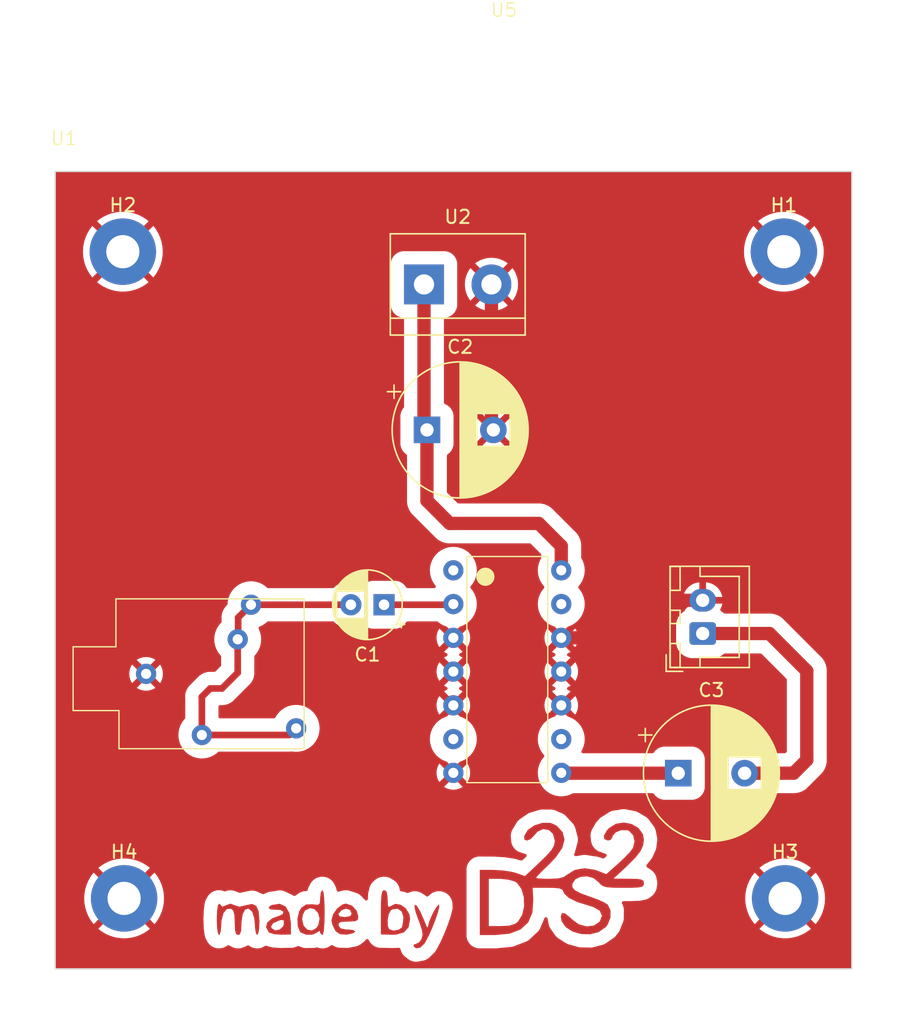
<source format=kicad_pcb>
(kicad_pcb (version 20221018) (generator pcbnew)
  (layers (0 "F.Cu" signal) (31 "B.Cu" signal) (34 "B.Paste" user) (35 "F.Paste" user) (36 "B.SilkS" user "B.Silkscreen") (37 "F.SilkS" user "F.Silkscreen") (38 "B.Mask" user) (39 "F.Mask" user) (44 "Edge.Cuts" user))
  (net 0 "")
  (net 1 "Net-(C1-Pad2)")
  (net 2 "VCC")
  (net 3 "GND")
  (net 4 "/input")
  (net 5 "/output")
  (net 6 "Net-(J1-Pin_1)")
  (footprint "Capacitor_THT:CP_Radial_D5.0mm_P2.50mm" (layer "F.Cu") (at 104.76639 112.600938 180)
    (fp_text reference "C1" (at 1.25 -3.75) (layer "F.SilkS"))
    (fp_text value "C_Polarized")
    (pad "1" thru_hole rect (at 0 0 180) (size 1.6 1.6) (drill 0.8) (layers "*.Cu" "*.Mask") (net 4 "/input"))
    (pad "2" thru_hole circle (at 2.5 0 180) (size 1.6 1.6) (drill 0.8) (layers "*.Cu" "*.Mask") (net 1 "Net-(C1-Pad2)"))
  )
  (footprint "custom_LM380_footprint:LM380_custom" (layer "F.Cu") (at 113.924477 117.249138)
    (fp_text reference "U5" (at -0.127 -49.395 unlocked) (layer "F.SilkS") (effects (font (thickness 0.1))))
    (fp_text value "~")
    (pad "1" thru_hole circle (at -3.937 -7.239) (size 1.524 1.524) (drill 0.762) (layers "*.Cu" "*.Mask"))
    (pad "2" thru_hole circle (at -3.937 -4.699) (size 1.524 1.524) (drill 0.762) (layers "*.Cu" "*.Mask") (net 4 "/input"))
    (pad "3" thru_hole circle (at -3.937 -2.159) (size 1.524 1.524) (drill 0.762) (layers "*.Cu" "*.Mask") (net 3 "GND"))
    (pad "4" thru_hole circle (at -3.937 0.381) (size 1.524 1.524) (drill 0.762) (layers "*.Cu" "*.Mask") (net 3 "GND"))
    (pad "5" thru_hole circle (at -3.937 2.921) (size 1.524 1.524) (drill 0.762) (layers "*.Cu" "*.Mask") (net 3 "GND"))
    (pad "6" thru_hole circle (at -3.937 5.461) (size 1.524 1.524) (drill 0.762) (layers "*.Cu" "*.Mask"))
    (pad "7" thru_hole circle (at -3.937 8.001) (size 1.524 1.524) (drill 0.762) (layers "*.Cu" "*.Mask") (net 3 "GND"))
    (pad "8" thru_hole circle (at 4.191 8.001) (size 1.524 1.524) (drill 0.762) (layers "*.Cu" "*.Mask") (net 5 "/output"))
    (pad "9" thru_hole circle (at 4.191 5.461) (size 1.524 1.524) (drill 0.762) (layers "*.Cu" "*.Mask"))
    (pad "10" thru_hole circle (at 4.191 2.921) (size 1.524 1.524) (drill 0.762) (layers "*.Cu" "*.Mask") (net 3 "GND"))
    (pad "11" thru_hole circle (at 4.191 0.381) (size 1.524 1.524) (drill 0.762) (layers "*.Cu" "*.Mask") (net 3 "GND"))
    (pad "12" thru_hole circle (at 4.191 -2.159) (size 1.524 1.524) (drill 0.762) (layers "*.Cu" "*.Mask") (net 3 "GND"))
    (pad "13" thru_hole circle (at 4.191 -4.699) (size 1.524 1.524) (drill 0.762) (layers "*.Cu" "*.Mask"))
    (pad "14" thru_hole circle (at 4.191 -7.239) (size 1.524 1.524) (drill 0.762) (layers "*.Cu" "*.Mask") (net 2 "VCC"))
  )
  (footprint "Connector_JST:JST_XH_B2B-XH-A_1x02_P2.50mm_Vertical" (layer "F.Cu") (at 128.766477 114.765338 90)
    (fp_text reference "J1" hide)
    (fp_text value "Conn_01x02_Pin")
    (pad "1" thru_hole roundrect (at 0 0 90) (size 1.7 2) (drill 1) (layers "*.Cu" "*.Mask") (roundrect_rratio 0.1470588235) (net 6 "Net-(J1-Pin_1)"))
    (pad "2" thru_hole oval (at 2.5 0 90) (size 1.7 2) (drill 1) (layers "*.Cu" "*.Mask") (net 3 "GND"))
  )
  (footprint "3.5mm_socket_PJ324-M_footprint:3.5mm_PJ324-M" (layer "F.Cu") (at 81.147477 111.800938)
    (fp_text reference "U1" (at -0.4826 -34.2928 unlocked) (layer "F.SilkS") (effects (font (thickness 0.1))))
    (fp_text value "~")
    (pad "1" thru_hole circle (at 5.7 6) (size 1.524 1.524) (drill 0.762) (layers "*.Cu" "*.Mask") (net 3 "GND"))
    (pad "2" thru_hole circle (at 13.6 0.8) (size 1.524 1.524) (drill 0.762) (layers "*.Cu" "*.Mask") (net 1 "Net-(C1-Pad2)"))
    (pad "3" thru_hole circle (at 12.6 3.4) (size 1.524 1.524) (drill 0.762) (layers "*.Cu" "*.Mask") (net 1 "Net-(C1-Pad2)"))
    (pad "4" thru_hole circle (at 17 10.1) (size 1.524 1.524) (drill 0.762) (layers "*.Cu" "*.Mask") (net 1 "Net-(C1-Pad2)"))
    (pad "5" thru_hole circle (at 9.9 10.6) (size 1.524 1.524) (drill 0.762) (layers "*.Cu" "*.Mask") (net 1 "Net-(C1-Pad2)"))
  )
  (footprint "MountingHole:MountingHole_2.5mm_Pad" (layer "F.Cu") (at 85.1916 134.6962)
    (fp_text reference "H4" (at 0 -3.5) (layer "F.SilkS"))
    (fp_text value "MountingHole_Pad")
    (pad "1" thru_hole circle (at 0 0) (size 5 5) (drill 2.5) (layers "*.Cu" "*.Mask") (net 3 "GND"))
  )
  (footprint "logo_folder:logo2" (layer "F.Cu") (at 108.2548 133.731)
    (fp_text reference "G***" hide)
    (fp_text value "LOGO" hide)
    (fp_poly (pts (xy 0.665025 1.431726) (xy 0.674918 1.618745) (xy 0.570559 2.029159) (xy 0.382949 2.580432) (xy 0.143092 3.190026) (xy -0.118008 3.775402) (xy -0.369348 4.254024) (xy -0.434394 4.358645) (xy -0.749394 4.668601) (xy -1.070504 4.726348) (xy -1.27 4.572) (xy -1.230941 4.427585) (xy -1.10703 4.402667) (xy -0.840178 4.26387) (xy -0.660167 4.00928) (xy -0.586005 3.713881) (xy -0.634509 3.336022) (xy -0.821755 2.781357) (xy -0.90507 2.572074) (xy -1.102842 2.017675) (xy -1.196251 1.608469) (xy -1.171235 1.43062) (xy -1.012842 1.520178) (xy -0.774086 1.92155) (xy -0.463145 2.619664) (xy -0.293626 3.048) (xy -0.206029 3.170832) (xy -0.182702 3.104372) (xy -0.101776 2.764602) (xy 0.072433 2.327269) (xy 0.289382 1.892103) (xy 0.498525 1.558833) (xy 0.649318 1.427189)) (fill solid) (layer "F.Cu"))
    (fp_poly (pts (xy -10.901152 1.575592) (xy -10.612903 2.062437) (xy -10.499618 2.808114) (xy -10.498666 2.894869) (xy -10.498666 3.682382) (xy -11.233525 3.697133) (xy -11.732165 3.66361) (xy -12.096611 3.561906) (xy -12.164858 3.515408) (xy -12.3768 3.131595) (xy -12.363808 3.082725) (xy -11.988063 3.082725) (xy -11.941134 3.212262) (xy -11.682236 3.374923) (xy -11.354798 3.315554) (xy -11.096454 3.080806) (xy -11.035151 2.905193) (xy -11.036796 2.62371) (xy -11.221146 2.587352) (xy -11.373818 2.627892) (xy -11.846829 2.837608) (xy -11.988063 3.082725) (xy -12.363808 3.082725) (xy -12.278964 2.763567) (xy -11.898779 2.458519) (xy -11.460304 2.303103) (xy -11.11793 2.148302) (xy -11.071466 1.970527) (xy -11.291466 1.840831) (xy -11.660092 1.820978) (xy -12.048752 1.795991) (xy -12.190547 1.67579) (xy -12.046871 1.513522) (xy -11.92415 1.45745) (xy -11.344767 1.367343)) (fill solid) (layer "F.Cu"))
    (fp_poly (pts (xy -5.902364 1.504933) (xy -5.550853 1.879468) (xy -5.418666 2.341667) (xy -5.459842 2.568604) (xy -5.642028 2.676971) (xy -6.053209 2.708542) (xy -6.193083 2.709333) (xy -6.669554 2.73006) (xy -6.884053 2.813016) (xy -6.911849 2.989363) (xy -6.908816 3.005667) (xy -6.761007 3.216864) (xy -6.381795 3.298175) (xy -6.218943 3.302) (xy -5.785162 3.352131) (xy -5.657621 3.467989) (xy -5.824939 3.597768) (xy -6.275739 3.689664) (xy -6.304666 3.692262) (xy -6.783697 3.672087) (xy -7.093342 3.470477) (xy -7.180577 3.358251) (xy -7.386762 2.934767) (xy -7.450666 2.609825) (xy -7.325119 2.153917) (xy -7.315868 2.140931) (xy -6.922056 2.140931) (xy -6.832948 2.312534) (xy -6.434666 2.370667) (xy -6.035021 2.297457) (xy -5.926666 2.111352) (xy -6.058011 1.831779) (xy -6.360511 1.736388) (xy -6.690823 1.864456) (xy -6.922056 2.140931) (xy -7.315868 2.140931) (xy -7.015251 1.718935) (xy -6.621225 1.420564) (xy -6.363954 1.354667)) (fill solid) (layer "F.Cu"))
    (fp_poly (pts (xy -3.298612 0.445216) (xy -3.224152 0.802427) (xy -3.217333 1.049866) (xy -3.196971 1.481761) (xy -3.123546 1.623031) (xy -3.014133 1.557866) (xy -2.633006 1.374159) (xy -2.20962 1.449932) (xy -1.82945 1.731012) (xy -1.577969 2.163226) (xy -1.524 2.502322) (xy -1.633576 3.129663) (xy -1.974267 3.520467) (xy -2.564013 3.690514) (xy -2.886018 3.699997) (xy -3.725333 3.681087) (xy -3.725333 2.605138) (xy -3.21237 2.605138) (xy -3.20021 3.037717) (xy -3.104444 3.273778) (xy -2.803047 3.387129) (xy -2.42667 3.340753) (xy -2.158171 3.163871) (xy -2.134783 3.118817) (xy -2.05744 2.751599) (xy -2.032 2.368228) (xy -2.157075 1.954667) (xy -2.461939 1.741189) (xy -2.841044 1.783836) (xy -2.971459 1.86941) (xy -3.130934 2.16094) (xy -3.21237 2.605138) (xy -3.725333 2.605138) (xy -3.725333 2.009877) (xy -3.716767 1.226148) (xy -3.685397 0.724804) (xy -3.622714 0.449865) (xy -3.52021 0.345352) (xy -3.471333 0.338667)) (fill solid) (layer "F.Cu"))
    (fp_poly (pts (xy -8.049336 0.499657) (xy -7.992463 0.9501) (xy -7.962261 1.641206) (xy -7.958666 2.032) (xy -7.974766 2.81864) (xy -8.01981 3.387367) (xy -8.08892 3.68939) (xy -8.128 3.725333) (xy -8.286815 3.592461) (xy -8.297333 3.522133) (xy -8.347314 3.404324) (xy -8.500533 3.522133) (xy -8.871552 3.695197) (xy -9.346762 3.70025) (xy -9.746897 3.543582) (xy -9.817533 3.475913) (xy -9.991584 3.046858) (xy -10.006913 2.54) (xy -9.652 2.54) (xy -9.54118 3.022668) (xy -9.267684 3.313407) (xy -8.919957 3.381429) (xy -8.586448 3.195945) (xy -8.435856 2.963333) (xy -8.339318 2.483614) (xy -8.453621 2.068244) (xy -8.715362 1.783997) (xy -9.06114 1.697646) (xy -9.42755 1.875966) (xy -9.4488 1.896533) (xy -9.605272 2.213175) (xy -9.652 2.54) (xy -10.006913 2.54) (xy -10.008683 2.481468) (xy -9.877989 1.93854) (xy -9.713233 1.667439) (xy -9.363328 1.421857) (xy -8.891729 1.406596) (xy -8.849633 1.413082) (xy -8.47812 1.449933) (xy -8.327046 1.334598) (xy -8.297427 0.978833) (xy -8.297333 0.920687) (xy -8.254081 0.533202) (xy -8.147968 0.342719) (xy -8.128 0.338667)) (fill solid) (layer "F.Cu"))
    (fp_poly (pts (xy -15.753143 1.483722) (xy -15.748 1.525435) (xy -15.632281 1.586419) (xy -15.409333 1.484702) (xy -15.054977 1.359394) (xy -14.748112 1.47464) (xy -14.393914 1.590796) (xy -13.941577 1.493269) (xy -13.91502 1.483372) (xy -13.431756 1.38159) (xy -13.110878 1.525005) (xy -12.930747 1.939417) (xy -12.869723 2.650625) (xy -12.869333 2.730067) (xy -12.895517 3.262745) (xy -12.963656 3.622979) (xy -13.038666 3.725333) (xy -13.141497 3.574391) (xy -13.201589 3.194228) (xy -13.208 2.995698) (xy -13.261625 2.460311) (xy -13.39517 2.025735) (xy -13.443676 1.943756) (xy -13.714066 1.730845) (xy -13.954647 1.818061) (xy -14.133953 2.166867) (xy -14.220517 2.738727) (xy -14.224 2.8994) (xy -14.252491 3.424537) (xy -14.350747 3.677163) (xy -14.478 3.725333) (xy -14.630797 3.642108) (xy -14.709692 3.349865) (xy -14.732 2.788685) (xy -14.759338 2.201525) (xy -14.854564 1.875357) (xy -15.010487 1.745172) (xy -15.329603 1.772424) (xy -15.578389 2.080409) (xy -15.723899 2.613266) (xy -15.748 2.995698) (xy -15.78303 3.438782) (xy -15.871258 3.69771) (xy -15.917333 3.725333) (xy -16.004197 3.568713) (xy -16.064219 3.148942) (xy -16.086666 2.54115) (xy -16.086666 2.54) (xy -16.064292 1.931952) (xy -16.004325 1.511798) (xy -15.917497 1.354667) (xy -15.917333 1.354667)) (fill solid) (layer "F.Cu"))
    (fp_poly (pts (xy 15.172765 -4.628932) (xy 15.676904 -4.331241) (xy 16.005803 -3.880079) (xy 16.086667 -3.467898) (xy 16.03002 -3.022156) (xy 15.831354 -2.587462) (xy 15.44758 -2.097345) (xy 14.835608 -1.485333) (xy 14.749194 -1.404634) (xy 13.800667 -0.523269) (xy 14.943667 -0.515634) (xy 15.553341 -0.501585) (xy 15.898043 -0.454824) (xy 16.051304 -0.353074) (xy 16.086657 -0.174056) (xy 16.086667 -0.169333) (xy 16.061462 -0.009193) (xy 15.943114 0.090658) (xy 15.667523 0.144296) (xy 15.170586 0.165801) (xy 14.544704 0.169333) (xy 13.806484 0.162846) (xy 13.326805 0.131335) (xy 13.025616 0.056725) (xy 12.822861 -0.079058) (xy 12.669747 -0.254) (xy 12.275056 -0.56506) (xy 11.792492 -0.692652) (xy 11.310626 -0.653531) (xy 10.918028 -0.46445) (xy 10.703269 -0.142163) (xy 10.698594 0.118865) (xy 10.882398 0.350633) (xy 11.361545 0.597351) (xy 11.930378 0.800515) (xy 12.546858 1.02128) (xy 13.054317 1.243734) (xy 13.346923 1.421253) (xy 13.353357 1.427452) (xy 13.572777 1.86315) (xy 13.567816 2.414389) (xy 13.349316 2.953058) (xy 13.209141 3.131452) (xy 12.68158 3.498889) (xy 12.040566 3.665871) (xy 11.363432 3.650624) (xy 10.727512 3.471376) (xy 10.21014 3.146353) (xy 9.88865 2.693781) (xy 9.821334 2.332989) (xy 9.90577 2.071428) (xy 10.149586 2.097164) (xy 10.538546 2.406716) (xy 10.668 2.54) (xy 11.182284 2.912164) (xy 11.76685 3.070795) (xy 12.319952 3.008953) (xy 12.739845 2.719701) (xy 12.767012 2.683153) (xy 12.922023 2.254211) (xy 12.752652 1.892764) (xy 12.269075 1.613737) (xy 11.977454 1.525396) (xy 11.077233 1.247605) (xy 10.434199 0.935808) (xy 10.083377 0.608481) (xy 10.038291 0.502493) (xy 9.947767 0.32155) (xy 9.742368 0.220359) (xy 9.342372 0.176963) (xy 8.827917 0.169102) (xy 7.704667 0.168871) (xy 7.754048 1.058102) (xy 7.689177 2.027557) (xy 7.371905 2.77544) (xy 6.798399 3.305293) (xy 5.964829 3.620656) (xy 4.868334 3.72507) (xy 3.725334 3.725333) (xy 3.725334 1.27) (xy 3.725334 -0.508) (xy 4.402667 -0.508) (xy 4.402667 1.27) (xy 4.402667 3.048) (xy 5.334 3.048) (xy 5.982807 3.007334) (xy 6.403202 2.867503) (xy 6.594555 2.718778) (xy 6.915603 2.206419) (xy 7.06146 1.558967) (xy 7.040425 0.876628) (xy 6.8608 0.259608) (xy 6.530886 -0.191888) (xy 6.343592 -0.310776) (xy 5.897579 -0.435732) (xy 5.320481 -0.503806) (xy 5.156699 -0.508) (xy 4.402667 -0.508) (xy 3.725334 -0.508) (xy 3.725334 -1.185333) (xy 4.783667 -1.177901) (xy 5.474788 -1.135515) (xy 6.135611 -1.034202) (xy 6.484585 -0.941247) (xy 7.127169 -0.712026) (xy 8.248474 -1.769112) (xy 8.802794 -2.311596) (xy 9.142713 -2.707268) (xy 9.315675 -3.024094) (xy 9.36913 -3.33004) (xy 9.369778 -3.37533) (xy 9.241467 -3.879549) (xy 8.919431 -4.178558) (xy 8.498013 -4.245224) (xy 8.071558 -4.052412) (xy 7.858429 -3.81) (xy 7.5713 -3.505146) (xy 7.284181 -3.383273) (xy 7.085247 -3.453324) (xy 7.062671 -3.724244) (xy 7.064004 -3.729419) (xy 7.34314 -4.191544) (xy 7.84061 -4.534024) (xy 8.446609 -4.720992) (xy 9.051331 -4.716577) (xy 9.497341 -4.524281) (xy 9.961192 -4.021879) (xy 10.109055 -3.460896) (xy 9.93885 -2.829956) (xy 9.448494 -2.117683) (xy 8.964808 -1.613049) (xy 8.501291 -1.162704) (xy 8.15061 -0.806328) (xy 7.970706 -0.603372) (xy 7.958667 -0.580676) (xy 8.112556 -0.542339) (xy 8.512535 -0.516005) (xy 8.974667 -0.508) (xy 9.631597 -0.539321) (xy 10.055025 -0.649722) (xy 10.319889 -0.837222) (xy 10.890148 -1.184537) (xy 11.618543 -1.305006) (xy 12.400101 -1.185019) (xy 12.561453 -1.127882) (xy 13.246 -0.858984) (xy 14.151992 -1.657159) (xy 14.636987 -2.111218) (xy 15.03404 -2.531193) (xy 15.255291 -2.823287) (xy 15.380019 -3.320924) (xy 15.271672 -3.788414) (xy 14.967854 -4.107556) (xy 14.82986 -4.160487) (xy 14.379009 -4.166616) (xy 13.97281 -4.007549) (xy 13.735876 -3.742109) (xy 13.716 -3.634709) (xy 13.575065 -3.433649) (xy 13.377334 -3.386667) (xy 13.098268 -3.488775) (xy 13.070188 -3.758815) (xy 13.288632 -4.142364) (xy 13.454303 -4.325697) (xy 13.976925 -4.653709) (xy 14.577925 -4.745603)) (fill solid) (layer "F.Cu"))
  )
  (footprint "MountingHole:MountingHole_2.5mm_Pad" (layer "F.Cu") (at 134.879477 86.032538)
    (fp_text reference "H1" (at 0 -3.5) (layer "F.SilkS"))
    (fp_text value "MountingHole_Pad")
    (pad "1" thru_hole circle (at 0 0) (size 5 5) (drill 2.5) (layers "*.Cu" "*.Mask") (net 3 "GND"))
  )
  (footprint "MountingHole:MountingHole_2.5mm_Pad" (layer "F.Cu") (at 85.095477 86.032538)
    (fp_text reference "H2" (at 0 -3.5) (layer "F.SilkS"))
    (fp_text value "MountingHole_Pad")
    (pad "1" thru_hole circle (at 0 0) (size 5 5) (drill 2.5) (layers "*.Cu" "*.Mask") (net 3 "GND"))
  )
  (footprint "Capacitor_THT:CP_Radial_D10.0mm_P5.00mm" (layer "F.Cu") (at 126.9238 125.275538)
    (fp_text reference "C3" (at 2.5 -6.25) (layer "F.SilkS"))
    (fp_text value "C_Polarized")
    (pad "1" thru_hole rect (at 0 0) (size 2 2) (drill 1) (layers "*.Cu" "*.Mask") (net 5 "/output"))
    (pad "2" thru_hole circle (at 5 0) (size 2 2) (drill 1) (layers "*.Cu" "*.Mask") (net 6 "Net-(J1-Pin_1)"))
  )
  (footprint "TerminalBlock:TerminalBlock_bornier-2_P5.08mm" (layer "F.Cu") (at 107.777677 88.496338)
    (fp_text reference "U2" (at 2.54 -5.08) (layer "F.SilkS"))
    (fp_text value "ED2609-ND")
    (pad "1" thru_hole rect (at 0 0) (size 3 3) (drill 1.52) (layers "*.Cu" "*.Mask") (net 2 "VCC"))
    (pad "2" thru_hole circle (at 5.08 0) (size 3 3) (drill 1.52) (layers "*.Cu" "*.Mask") (net 3 "GND"))
  )
  (footprint "MountingHole:MountingHole_2.5mm_Pad" (layer "F.Cu") (at 134.9756 134.6962)
    (fp_text reference "H3" (at 0 -3.5) (layer "F.SilkS"))
    (fp_text value "MountingHole_Pad")
    (pad "1" thru_hole circle (at 0 0) (size 5 5) (drill 2.5) (layers "*.Cu" "*.Mask") (net 3 "GND"))
  )
  (footprint "Capacitor_THT:CP_Radial_D10.0mm_P5.00mm" (layer "F.Cu") (at 108.0008 99.443738)
    (fp_text reference "C2" (at 2.5 -6.25) (layer "F.SilkS"))
    (fp_text value "C_Polarized")
    (pad "1" thru_hole rect (at 0 0) (size 2 2) (drill 1) (layers "*.Cu" "*.Mask") (net 2 "VCC"))
    (pad "2" thru_hole circle (at 5 0) (size 2 2) (drill 1) (layers "*.Cu" "*.Mask") (net 3 "GND"))
  )
  (gr_rect (start 80 80) (end 140 140) (stroke (width 0.1)) (fill none) (layer "Edge.Cuts"))
  (segment (start 93.747477 115.200938) (end 93.747477 117.715738) (width 0.5) (layer "F.Cu") (net 1))
  (segment (start 102.26639 112.600938) (end 94.747477 112.600938) (width 0.5) (layer "F.Cu") (net 1))
  (segment (start 91.674077 118.900138) (end 91.039077 119.535138) (width 0.5) (layer "F.Cu") (net 1))
  (segment (start 93.747477 117.715738) (end 92.563077 118.900138) (width 0.5) (layer "F.Cu") (net 1))
  (segment (start 94.747477 112.600938) (end 93.782277 113.566138) (width 0.5) (layer "F.Cu") (net 1))
  (segment (start 91.047477 119.543538) (end 91.047477 122.400938) (width 0.5) (layer "F.Cu") (net 1))
  (segment (start 93.782277 115.166138) (end 93.747477 115.200938) (width 1) (layer "F.Cu") (net 1))
  (segment (start 92.563077 118.900138) (end 91.674077 118.900138) (width 0.5) (layer "F.Cu") (net 1))
  (segment (start 93.782277 113.566138) (end 93.782277 115.166138) (width 0.5) (layer "F.Cu") (net 1))
  (segment (start 93.579077 115.032538) (end 93.747477 115.200938) (width 1) (layer "F.Cu") (net 1))
  (segment (start 91.047477 122.400938) (end 97.647477 122.400938) (width 0.5) (layer "F.Cu") (net 1))
  (segment (start 118.115477 110.010138) (end 118.115477 108.181338) (width 1) (layer "F.Cu") (net 2))
  (segment (start 107.777677 99.220615) (end 108.0008 99.443738) (width 0.5) (layer "F.Cu") (net 2))
  (segment (start 109.708077 106.479538) (end 108.0008 104.772261) (width 1) (layer "F.Cu") (net 2))
  (segment (start 107.777677 88.496338) (end 107.777677 99.220615) (width 1) (layer "F.Cu") (net 2))
  (segment (start 108.0008 104.772261) (end 108.0008 99.443738) (width 1) (layer "F.Cu") (net 2))
  (segment (start 118.115477 108.181338) (end 116.413677 106.479538) (width 1) (layer "F.Cu") (net 2))
  (segment (start 116.413677 106.479538) (end 109.708077 106.479538) (width 1) (layer "F.Cu") (net 2))
  (segment (start 124.616803 115.090138) (end 127.441603 112.265338) (width 1) (layer "F.Cu") (net 3))
  (segment (start 118.115477 115.090138) (end 124.616803 115.090138) (width 1) (layer "F.Cu") (net 3))
  (segment (start 112.857677 99.300615) (end 113.0008 99.443738) (width 0.5) (layer "F.Cu") (net 3))
  (segment (start 127.441603 112.265338) (end 128.766477 112.265338) (width 1) (layer "F.Cu") (net 3))
  (segment (start 112.857677 88.496338) (end 112.857677 99.300615) (width 1) (layer "F.Cu") (net 3))
  (segment (start 104.76639 112.600938) (end 109.936677 112.600938) (width 0.5) (layer "F.Cu") (net 4))
  (segment (start 109.936677 112.600938) (end 109.987477 112.550138) (width 1) (layer "F.Cu") (net 4))
  (segment (start 126.9238 125.275538) (end 118.140877 125.275538) (width 1) (layer "F.Cu") (net 5))
  (segment (start 118.140877 125.275538) (end 118.115477 125.250138) (width 0.5) (layer "F.Cu") (net 5))
  (segment (start 128.766477 114.765338) (end 133.792677 114.765338) (width 1) (layer "F.Cu") (net 6))
  (segment (start 133.792677 114.765338) (end 136.606677 117.579338) (width 1) (layer "F.Cu") (net 6))
  (segment (start 136.606677 117.579338) (end 136.606677 124.284938) (width 1) (layer "F.Cu") (net 6))
  (segment (start 135.616077 125.275538) (end 131.9238 125.275538) (width 1) (layer "F.Cu") (net 6))
  (segment (start 136.606677 124.284938) (end 135.616077 125.275538) (width 1) (layer "F.Cu") (net 6))
  (zone (net 3) (net_name "GND") (layer "F.Cu") (connect_pads (clearance 0.5)) (min_thickness 0.25) (fill yes (thermal_gap 0.5) (thermal_bridge_width 0.5))
    (polygon (pts (xy 76.1746 76.2) (xy 144.907 76.073) (xy 144.3228 143.764) (xy 75.8444 144.145)))
  )
)
</source>
